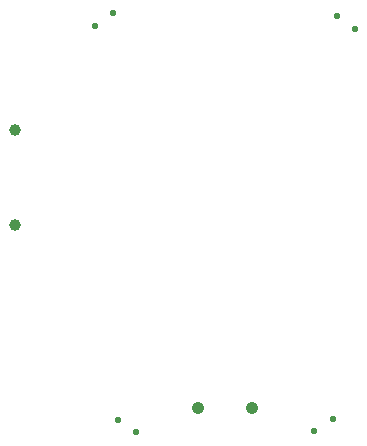
<source format=gbr>
%TF.GenerationSoftware,KiCad,Pcbnew,5.1.5+dfsg1-2~bpo10+1*%
%TF.CreationDate,Date%
%TF.ProjectId,osw,6f73772e-6b69-4636-9164-5f7063625858,1.0*%
%TF.SameCoordinates,Original*%
%TF.FileFunction,NonPlated,1,4,NPTH,Mixed*%
%TF.FilePolarity,Positive*%
%FSLAX46Y46*%
G04 Gerber Fmt 4.6, Leading zero omitted, Abs format (unit mm)*
G04 Created by KiCad*
%MOMM*%
%LPD*%
G04 APERTURE LIST*
%TA.AperFunction,ComponentDrill*%
%ADD10C,0.550000*%
%TD*%
G04 aperture for slot hole*
%TA.AperFunction,ComponentDrill*%
%ADD11C,1.000000*%
%TD*%
%TA.AperFunction,ComponentDrill*%
%ADD12C,1.000000*%
%TD*%
G04 APERTURE END LIST*
D10*
%TO.C,SW4*%
X167577766Y-128331569D03*
%TO.C,SW2*%
X169530784Y-93227459D03*
X171020589Y-94309865D03*
%TO.C,SW1*%
X149012986Y-93997122D03*
X150539658Y-92967369D03*
%TO.C,SW5*%
X150918815Y-127387791D03*
X152445487Y-128417544D03*
%TO.C,SW4*%
X169122178Y-127328616D03*
D11*
%TO.C,U5*%
X157714000Y-126404500D02*
X157714000Y-126404500D01*
X162286000Y-126404500D02*
X162286000Y-126404500D01*
D12*
%TO.C,XS1*%
X142200000Y-102870000D03*
X142200000Y-110850000D03*
M02*

</source>
